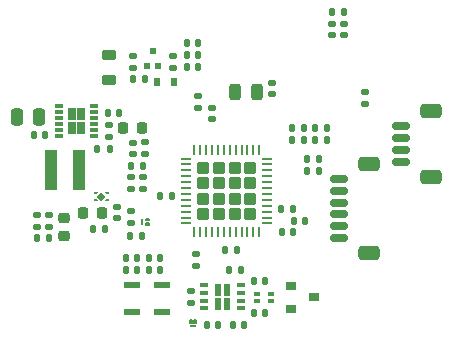
<source format=gtp>
G04 #@! TF.GenerationSoftware,KiCad,Pcbnew,(6.0.0-0)*
G04 #@! TF.CreationDate,2022-01-16T01:34:20+01:00*
G04 #@! TF.ProjectId,ESCv4.3,45534376-342e-4332-9e6b-696361645f70,rev?*
G04 #@! TF.SameCoordinates,Original*
G04 #@! TF.FileFunction,Paste,Top*
G04 #@! TF.FilePolarity,Positive*
%FSLAX46Y46*%
G04 Gerber Fmt 4.6, Leading zero omitted, Abs format (unit mm)*
G04 Created by KiCad (PCBNEW (6.0.0-0)) date 2022-01-16 01:34:20*
%MOMM*%
%LPD*%
G01*
G04 APERTURE LIST*
G04 Aperture macros list*
%AMRoundRect*
0 Rectangle with rounded corners*
0 $1 Rounding radius*
0 $2 $3 $4 $5 $6 $7 $8 $9 X,Y pos of 4 corners*
0 Add a 4 corners polygon primitive as box body*
4,1,4,$2,$3,$4,$5,$6,$7,$8,$9,$2,$3,0*
0 Add four circle primitives for the rounded corners*
1,1,$1+$1,$2,$3*
1,1,$1+$1,$4,$5*
1,1,$1+$1,$6,$7*
1,1,$1+$1,$8,$9*
0 Add four rect primitives between the rounded corners*
20,1,$1+$1,$2,$3,$4,$5,0*
20,1,$1+$1,$4,$5,$6,$7,0*
20,1,$1+$1,$6,$7,$8,$9,0*
20,1,$1+$1,$8,$9,$2,$3,0*%
%AMRotRect*
0 Rectangle, with rotation*
0 The origin of the aperture is its center*
0 $1 length*
0 $2 width*
0 $3 Rotation angle, in degrees counterclockwise*
0 Add horizontal line*
21,1,$1,$2,0,0,$3*%
%AMFreePoly0*
4,1,5,0.125000,0.110000,0.125000,-0.110000,-0.125000,-0.110000,-0.125000,0.360000,0.125000,0.110000,0.125000,0.110000,$1*%
%AMFreePoly1*
4,1,6,0.125000,-0.110000,-0.125000,-0.110000,-0.125000,0.110000,0.015000,0.250000,0.125000,0.250000,0.125000,-0.110000,0.125000,-0.110000,$1*%
%AMFreePoly2*
4,1,6,0.125000,0.110000,0.125000,-0.110000,-0.125000,-0.110000,-0.125000,0.250000,-0.015000,0.250000,0.125000,0.110000,0.125000,0.110000,$1*%
G04 Aperture macros list end*
%ADD10C,0.152400*%
%ADD11R,0.600000X0.700000*%
%ADD12RoundRect,0.147500X0.172500X-0.147500X0.172500X0.147500X-0.172500X0.147500X-0.172500X-0.147500X0*%
%ADD13RoundRect,0.147500X0.147500X0.172500X-0.147500X0.172500X-0.147500X-0.172500X0.147500X-0.172500X0*%
%ADD14RoundRect,0.147500X-0.147500X-0.172500X0.147500X-0.172500X0.147500X0.172500X-0.147500X0.172500X0*%
%ADD15RoundRect,0.243750X0.243750X0.456250X-0.243750X0.456250X-0.243750X-0.456250X0.243750X-0.456250X0*%
%ADD16RoundRect,0.147500X-0.172500X0.147500X-0.172500X-0.147500X0.172500X-0.147500X0.172500X0.147500X0*%
%ADD17R,0.900000X0.800000*%
%ADD18RoundRect,0.218750X-0.256250X0.218750X-0.256250X-0.218750X0.256250X-0.218750X0.256250X0.218750X0*%
%ADD19R,0.500000X0.325000*%
%ADD20RoundRect,0.150000X-0.625000X0.150000X-0.625000X-0.150000X0.625000X-0.150000X0.625000X0.150000X0*%
%ADD21RoundRect,0.250000X-0.650000X0.350000X-0.650000X-0.350000X0.650000X-0.350000X0.650000X0.350000X0*%
%ADD22R,0.500000X0.600000*%
%ADD23R,0.152400X0.254000*%
%ADD24R,0.508000X0.152400*%
%ADD25R,1.400000X0.500000*%
%ADD26R,0.600000X1.000000*%
%ADD27R,0.650000X0.350000*%
%ADD28RoundRect,0.250000X0.285000X0.285000X-0.285000X0.285000X-0.285000X-0.285000X0.285000X-0.285000X0*%
%ADD29RoundRect,0.062500X0.337500X0.062500X-0.337500X0.062500X-0.337500X-0.062500X0.337500X-0.062500X0*%
%ADD30RoundRect,0.062500X0.062500X0.337500X-0.062500X0.337500X-0.062500X-0.337500X0.062500X-0.337500X0*%
%ADD31FreePoly0,90.000000*%
%ADD32FreePoly1,90.000000*%
%ADD33FreePoly2,270.000000*%
%ADD34FreePoly1,270.000000*%
%ADD35RotRect,0.480000X0.480000X135.000000*%
%ADD36RoundRect,0.218750X0.218750X0.256250X-0.218750X0.256250X-0.218750X-0.256250X0.218750X-0.256250X0*%
%ADD37R,0.254000X0.152400*%
%ADD38R,0.152400X0.508000*%
%ADD39RoundRect,0.135000X-0.185000X0.135000X-0.185000X-0.135000X0.185000X-0.135000X0.185000X0.135000X0*%
%ADD40RoundRect,0.140000X0.140000X0.170000X-0.140000X0.170000X-0.140000X-0.170000X0.140000X-0.170000X0*%
%ADD41RoundRect,0.135000X0.135000X0.185000X-0.135000X0.185000X-0.135000X-0.185000X0.135000X-0.185000X0*%
%ADD42RoundRect,0.250000X0.250000X0.475000X-0.250000X0.475000X-0.250000X-0.475000X0.250000X-0.475000X0*%
%ADD43RoundRect,0.218750X0.381250X-0.218750X0.381250X0.218750X-0.381250X0.218750X-0.381250X-0.218750X0*%
%ADD44R,0.650000X0.300000*%
%ADD45R,0.700000X1.100000*%
%ADD46R,0.980000X3.400000*%
%ADD47RoundRect,0.225000X-0.225000X-0.250000X0.225000X-0.250000X0.225000X0.250000X-0.225000X0.250000X0*%
G04 APERTURE END LIST*
D10*
G04 #@! TO.C,Q6*
X97474000Y-112392000D02*
X97474000Y-112138000D01*
X97321600Y-112392000D02*
X97474000Y-112392000D01*
X97118400Y-112138000D02*
X96966000Y-112138000D01*
X96966000Y-112138000D02*
X96966000Y-112392000D01*
X97321600Y-112138000D02*
X97321600Y-112392000D01*
X97118400Y-112392000D02*
X97118400Y-112138000D01*
X96966000Y-112392000D02*
X97118400Y-112392000D01*
X97474000Y-112138000D02*
X97321600Y-112138000D01*
G04 #@! TO.C,Q4*
X93198000Y-103926600D02*
X93198000Y-104079000D01*
X93452000Y-103723400D02*
X93452000Y-103571000D01*
X93198000Y-103571000D02*
X93198000Y-103723400D01*
X93198000Y-103723400D02*
X93452000Y-103723400D01*
X93452000Y-103571000D02*
X93198000Y-103571000D01*
X93452000Y-104079000D02*
X93452000Y-103926600D01*
X93452000Y-103926600D02*
X93198000Y-103926600D01*
X93198000Y-104079000D02*
X93452000Y-104079000D01*
G04 #@! TD*
D11*
G04 #@! TO.C,D2*
X94180000Y-91990000D03*
X95580000Y-91990000D03*
G04 #@! TD*
D12*
G04 #@! TO.C,D4*
X92125000Y-98110000D03*
X92125000Y-97140000D03*
G04 #@! TD*
D13*
G04 #@! TO.C,C1*
X105665000Y-102780000D03*
X104695000Y-102780000D03*
G04 #@! TD*
G04 #@! TO.C,C3*
X105675000Y-104680000D03*
X104705000Y-104680000D03*
G04 #@! TD*
D14*
G04 #@! TO.C,C18*
X93475000Y-107930000D03*
X94445000Y-107930000D03*
G04 #@! TD*
D13*
G04 #@! TO.C,C19*
X92495000Y-107930000D03*
X91525000Y-107930000D03*
G04 #@! TD*
D12*
G04 #@! TO.C,C23*
X97010000Y-110705000D03*
X97010000Y-109735000D03*
G04 #@! TD*
D14*
G04 #@! TO.C,C24*
X102345000Y-111600000D03*
X103315000Y-111600000D03*
G04 #@! TD*
D15*
G04 #@! TO.C,C29*
X102617500Y-92880000D03*
X100742500Y-92880000D03*
G04 #@! TD*
D16*
G04 #@! TO.C,C30*
X91990000Y-100075000D03*
X91990000Y-101045000D03*
G04 #@! TD*
D13*
G04 #@! TO.C,C31*
X108525000Y-96950000D03*
X107555000Y-96950000D03*
G04 #@! TD*
D14*
G04 #@! TO.C,C32*
X105615000Y-96950000D03*
X106585000Y-96950000D03*
G04 #@! TD*
G04 #@! TO.C,C35*
X106865000Y-99550000D03*
X107835000Y-99550000D03*
G04 #@! TD*
G04 #@! TO.C,C40*
X84035000Y-105240000D03*
X85005000Y-105240000D03*
G04 #@! TD*
D16*
G04 #@! TO.C,C41*
X85000000Y-103275000D03*
X85000000Y-104245000D03*
G04 #@! TD*
G04 #@! TO.C,C42*
X84000000Y-103275000D03*
X84000000Y-104245000D03*
G04 #@! TD*
G04 #@! TO.C,D1*
X92100000Y-89815000D03*
X92100000Y-90785000D03*
G04 #@! TD*
D13*
G04 #@! TO.C,D3*
X99345000Y-112590000D03*
X98375000Y-112590000D03*
G04 #@! TD*
G04 #@! TO.C,D6*
X89745000Y-104420000D03*
X88775000Y-104420000D03*
G04 #@! TD*
D17*
G04 #@! TO.C,D7*
X105460000Y-109290000D03*
X105460000Y-111190000D03*
X107460000Y-110240000D03*
G04 #@! TD*
D14*
G04 #@! TO.C,D9*
X108975000Y-86060000D03*
X109945000Y-86060000D03*
G04 #@! TD*
D18*
G04 #@! TO.C,FB2*
X86270000Y-103512500D03*
X86270000Y-105087500D03*
G04 #@! TD*
D19*
G04 #@! TO.C,FL1*
X102597500Y-109965000D03*
X102597500Y-110515000D03*
X103822500Y-110515000D03*
X103822500Y-109965000D03*
G04 #@! TD*
D20*
G04 #@! TO.C,J8*
X114855000Y-95770000D03*
X114855000Y-96770000D03*
X114855000Y-97770000D03*
X114855000Y-98770000D03*
D21*
X117380000Y-94470000D03*
X117380000Y-100070000D03*
G04 #@! TD*
D22*
G04 #@! TO.C,Q2*
X93280000Y-90680000D03*
X94280000Y-90680000D03*
X93780000Y-89380000D03*
G04 #@! TD*
D23*
G04 #@! TO.C,Q6*
X97397800Y-112265000D03*
X97042200Y-112265000D03*
D24*
X97220000Y-112665000D03*
G04 #@! TD*
D12*
G04 #@! TO.C,R2*
X95470000Y-90785000D03*
X95470000Y-89815000D03*
G04 #@! TD*
D13*
G04 #@! TO.C,R3*
X93125000Y-91760000D03*
X92155000Y-91760000D03*
G04 #@! TD*
G04 #@! TO.C,R4*
X92945000Y-99090000D03*
X91975000Y-99090000D03*
G04 #@! TD*
D12*
G04 #@! TO.C,R5*
X92980000Y-101045000D03*
X92980000Y-100075000D03*
G04 #@! TD*
D13*
G04 #@! TO.C,R6*
X97655000Y-90740000D03*
X96685000Y-90740000D03*
G04 #@! TD*
D16*
G04 #@! TO.C,R9*
X111770000Y-92875000D03*
X111770000Y-93845000D03*
G04 #@! TD*
D14*
G04 #@! TO.C,R12*
X91525000Y-106890000D03*
X92495000Y-106890000D03*
G04 #@! TD*
D13*
G04 #@! TO.C,R13*
X94445000Y-106900000D03*
X93475000Y-106900000D03*
G04 #@! TD*
D14*
G04 #@! TO.C,R14*
X100565000Y-112600000D03*
X101535000Y-112600000D03*
G04 #@! TD*
D16*
G04 #@! TO.C,R17*
X90770000Y-102585000D03*
X90770000Y-103555000D03*
G04 #@! TD*
D13*
G04 #@! TO.C,R19*
X103325000Y-108820000D03*
X102355000Y-108820000D03*
G04 #@! TD*
D14*
G04 #@! TO.C,R20*
X100285000Y-107890000D03*
X101255000Y-107890000D03*
G04 #@! TD*
D16*
G04 #@! TO.C,R21*
X109970000Y-87060000D03*
X109970000Y-88030000D03*
G04 #@! TD*
D12*
G04 #@! TO.C,R22*
X108940000Y-88035000D03*
X108940000Y-87065000D03*
G04 #@! TD*
D16*
G04 #@! TO.C,R23*
X97625000Y-93215000D03*
X97625000Y-94185000D03*
G04 #@! TD*
G04 #@! TO.C,R24*
X103900000Y-92095000D03*
X103900000Y-93065000D03*
G04 #@! TD*
D13*
G04 #@! TO.C,R26*
X108525000Y-95930000D03*
X107555000Y-95930000D03*
G04 #@! TD*
D14*
G04 #@! TO.C,R27*
X105605000Y-95930000D03*
X106575000Y-95930000D03*
G04 #@! TD*
G04 #@! TO.C,R28*
X106865000Y-98550000D03*
X107835000Y-98550000D03*
G04 #@! TD*
D25*
G04 #@! TO.C,SW1*
X94580000Y-111460000D03*
X94580000Y-109160000D03*
G04 #@! TD*
G04 #@! TO.C,SW2*
X92010000Y-111460000D03*
X92010000Y-109160000D03*
G04 #@! TD*
D26*
G04 #@! TO.C,U3*
X99292500Y-110810000D03*
X99292500Y-109610000D03*
X100067500Y-110810000D03*
X100067500Y-109610000D03*
D27*
X98130000Y-109235000D03*
X98130000Y-109885000D03*
X98130000Y-110535000D03*
X98130000Y-111185000D03*
X101230000Y-111185000D03*
X101230000Y-110535000D03*
X101230000Y-109885000D03*
X101230000Y-109235000D03*
G04 #@! TD*
D28*
G04 #@! TO.C,U6*
X100720000Y-103220000D03*
X98080000Y-103220000D03*
X99400000Y-99260000D03*
X98080000Y-100580000D03*
X98080000Y-101900000D03*
X100720000Y-101900000D03*
X102040000Y-103220000D03*
X102040000Y-101900000D03*
X102040000Y-100580000D03*
X100720000Y-99260000D03*
X99400000Y-101900000D03*
X102040000Y-99260000D03*
X98080000Y-99260000D03*
X100720000Y-100580000D03*
X99400000Y-103220000D03*
X99400000Y-100580000D03*
D29*
X103510000Y-103990000D03*
X103510000Y-103490000D03*
X103510000Y-102990000D03*
X103510000Y-102490000D03*
X103510000Y-101990000D03*
X103510000Y-101490000D03*
X103510000Y-100990000D03*
X103510000Y-100490000D03*
X103510000Y-99990000D03*
X103510000Y-99490000D03*
X103510000Y-98990000D03*
X103510000Y-98490000D03*
D30*
X102810000Y-97790000D03*
X102310000Y-97790000D03*
X101810000Y-97790000D03*
X101310000Y-97790000D03*
X100810000Y-97790000D03*
X100310000Y-97790000D03*
X99810000Y-97790000D03*
X99310000Y-97790000D03*
X98810000Y-97790000D03*
X98310000Y-97790000D03*
X97810000Y-97790000D03*
X97310000Y-97790000D03*
D29*
X96610000Y-98490000D03*
X96610000Y-98990000D03*
X96610000Y-99490000D03*
X96610000Y-99990000D03*
X96610000Y-100490000D03*
X96610000Y-100990000D03*
X96610000Y-101490000D03*
X96610000Y-101990000D03*
X96610000Y-102490000D03*
X96610000Y-102990000D03*
X96610000Y-103490000D03*
X96610000Y-103990000D03*
D30*
X97310000Y-104690000D03*
X97810000Y-104690000D03*
X98310000Y-104690000D03*
X98810000Y-104690000D03*
X99310000Y-104690000D03*
X99810000Y-104690000D03*
X100310000Y-104690000D03*
X100810000Y-104690000D03*
X101310000Y-104690000D03*
X101810000Y-104690000D03*
X102310000Y-104690000D03*
X102810000Y-104690000D03*
G04 #@! TD*
D31*
G04 #@! TO.C,U2*
X89970000Y-102035000D03*
D32*
X89970000Y-101385000D03*
D33*
X88890000Y-101385000D03*
D34*
X88890000Y-102035000D03*
D35*
X89430000Y-101710000D03*
G04 #@! TD*
D36*
G04 #@! TO.C,C17*
X89497500Y-103120000D03*
X87922500Y-103120000D03*
G04 #@! TD*
D12*
G04 #@! TO.C,R1*
X98790000Y-95145000D03*
X98790000Y-94175000D03*
G04 #@! TD*
D13*
G04 #@! TO.C,R10*
X106685000Y-103740000D03*
X105715000Y-103740000D03*
G04 #@! TD*
D14*
G04 #@! TO.C,R7*
X96695000Y-88710000D03*
X97665000Y-88710000D03*
G04 #@! TD*
D13*
G04 #@! TO.C,C13*
X97665000Y-89730000D03*
X96695000Y-89730000D03*
G04 #@! TD*
D20*
G04 #@! TO.C,J4*
X109585000Y-100220000D03*
X109585000Y-101220000D03*
X109585000Y-102220000D03*
X109585000Y-103220000D03*
X109585000Y-104220000D03*
X109585000Y-105220000D03*
D21*
X112110000Y-106520000D03*
X112110000Y-98920000D03*
G04 #@! TD*
D12*
G04 #@! TO.C,R29*
X97475000Y-107585000D03*
X97475000Y-106615000D03*
G04 #@! TD*
D14*
G04 #@! TO.C,D5*
X91890000Y-105025000D03*
X92860000Y-105025000D03*
G04 #@! TD*
D13*
G04 #@! TO.C,R18*
X95410000Y-101625000D03*
X94440000Y-101625000D03*
G04 #@! TD*
D37*
G04 #@! TO.C,Q4*
X93325000Y-104002800D03*
X93325000Y-103647200D03*
D38*
X92925000Y-103825000D03*
G04 #@! TD*
D12*
G04 #@! TO.C,R16*
X91925000Y-103935000D03*
X91925000Y-102965000D03*
G04 #@! TD*
D13*
G04 #@! TO.C,R25*
X100910000Y-106225000D03*
X99940000Y-106225000D03*
G04 #@! TD*
D39*
G04 #@! TO.C,R8*
X93125000Y-97115000D03*
X93125000Y-98135000D03*
G04 #@! TD*
D40*
G04 #@! TO.C,C15*
X83720000Y-96475000D03*
X84680000Y-96475000D03*
G04 #@! TD*
D39*
G04 #@! TO.C,R11*
X90050000Y-96685000D03*
X90050000Y-95665000D03*
G04 #@! TD*
D41*
G04 #@! TO.C,R15*
X89115000Y-97650000D03*
X90135000Y-97650000D03*
G04 #@! TD*
D42*
G04 #@! TO.C,C14*
X82275000Y-94975000D03*
X84175000Y-94975000D03*
G04 #@! TD*
D43*
G04 #@! TO.C,FB1*
X90125000Y-91862500D03*
X90125000Y-89737500D03*
G04 #@! TD*
D44*
G04 #@! TO.C,U1*
X88825000Y-94075000D03*
X88825000Y-94575000D03*
X88825000Y-95075000D03*
X88825000Y-95575000D03*
X88825000Y-96075000D03*
X88825000Y-96575000D03*
X85875000Y-96575000D03*
X85875000Y-96075000D03*
X85875000Y-95575000D03*
X85875000Y-95075000D03*
X85875000Y-94575000D03*
X85875000Y-94075000D03*
D45*
X87750000Y-94725000D03*
X87750000Y-95925000D03*
X86950000Y-94725000D03*
X86950000Y-95925000D03*
G04 #@! TD*
D40*
G04 #@! TO.C,C16*
X89995000Y-94650000D03*
X90955000Y-94650000D03*
G04 #@! TD*
D46*
G04 #@! TO.C,L1*
X87560000Y-99450000D03*
X85190000Y-99450000D03*
G04 #@! TD*
D47*
G04 #@! TO.C,C20*
X92850000Y-95900000D03*
X91300000Y-95900000D03*
G04 #@! TD*
M02*

</source>
